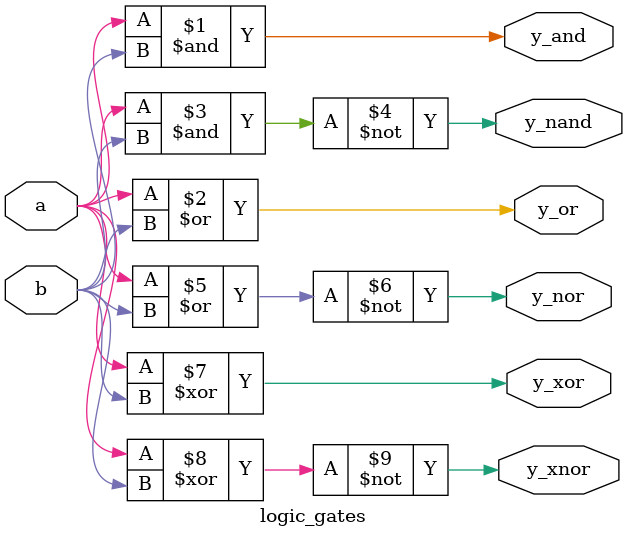
<source format=v>
module logic_gates(
    input a, b,
    output y_and, y_or, y_nand, y_nor, y_xor, y_xnor
);

and  U1 (y_and,  a, b);
or   U2 (y_or,   a, b);
nand U3 (y_nand, a, b);
nor  U4 (y_nor,  a, b);
xor  U5 (y_xor,  a, b);
xnor U6 (y_xnor, a, b);

endmodule

</source>
